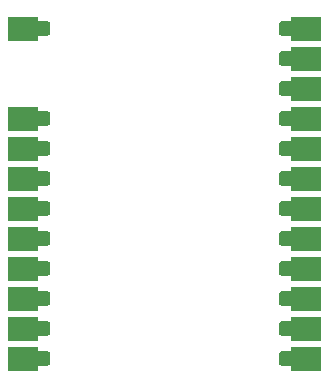
<source format=gbs>
G04 #@! TF.GenerationSoftware,KiCad,Pcbnew,9.0.1+1*
G04 #@! TF.CreationDate,2025-11-12T15:34:39+00:00*
G04 #@! TF.ProjectId,bluetooth,626c7565-746f-46f7-9468-2e6b69636164,rev?*
G04 #@! TF.SameCoordinates,Original*
G04 #@! TF.FileFunction,Soldermask,Bot*
G04 #@! TF.FilePolarity,Negative*
%FSLAX46Y46*%
G04 Gerber Fmt 4.6, Leading zero omitted, Abs format (unit mm)*
G04 Created by KiCad (PCBNEW 9.0.1+1) date 2025-11-12 15:34:39*
%MOMM*%
%LPD*%
G01*
G04 APERTURE LIST*
%ADD10R,2.540000X2.000000*%
G04 APERTURE END LIST*
D10*
X97260000Y-57590000D03*
G36*
G01*
X99585000Y-57215000D02*
X99585000Y-57965000D01*
G75*
G02*
X99335000Y-58215000I-250000J0D01*
G01*
X98585000Y-58215000D01*
G75*
G02*
X98335000Y-57965000I0J250000D01*
G01*
X98335000Y-57215000D01*
G75*
G02*
X98585000Y-56965000I250000J0D01*
G01*
X99335000Y-56965000D01*
G75*
G02*
X99585000Y-57215000I0J-250000D01*
G01*
G37*
X97260000Y-65210000D03*
G36*
G01*
X99585000Y-64835000D02*
X99585000Y-65585000D01*
G75*
G02*
X99335000Y-65835000I-250000J0D01*
G01*
X98585000Y-65835000D01*
G75*
G02*
X98335000Y-65585000I0J250000D01*
G01*
X98335000Y-64835000D01*
G75*
G02*
X98585000Y-64585000I250000J0D01*
G01*
X99335000Y-64585000D01*
G75*
G02*
X99585000Y-64835000I0J-250000D01*
G01*
G37*
X97260000Y-67750000D03*
G36*
G01*
X99585000Y-67375000D02*
X99585000Y-68125000D01*
G75*
G02*
X99335000Y-68375000I-250000J0D01*
G01*
X98585000Y-68375000D01*
G75*
G02*
X98335000Y-68125000I0J250000D01*
G01*
X98335000Y-67375000D01*
G75*
G02*
X98585000Y-67125000I250000J0D01*
G01*
X99335000Y-67125000D01*
G75*
G02*
X99585000Y-67375000I0J-250000D01*
G01*
G37*
X97260000Y-70290000D03*
G36*
G01*
X99585000Y-69915000D02*
X99585000Y-70665000D01*
G75*
G02*
X99335000Y-70915000I-250000J0D01*
G01*
X98585000Y-70915000D01*
G75*
G02*
X98335000Y-70665000I0J250000D01*
G01*
X98335000Y-69915000D01*
G75*
G02*
X98585000Y-69665000I250000J0D01*
G01*
X99335000Y-69665000D01*
G75*
G02*
X99585000Y-69915000I0J-250000D01*
G01*
G37*
X97260000Y-72830000D03*
G36*
G01*
X99585000Y-72455000D02*
X99585000Y-73205000D01*
G75*
G02*
X99335000Y-73455000I-250000J0D01*
G01*
X98585000Y-73455000D01*
G75*
G02*
X98335000Y-73205000I0J250000D01*
G01*
X98335000Y-72455000D01*
G75*
G02*
X98585000Y-72205000I250000J0D01*
G01*
X99335000Y-72205000D01*
G75*
G02*
X99585000Y-72455000I0J-250000D01*
G01*
G37*
X97260000Y-75370000D03*
G36*
G01*
X99585000Y-74995000D02*
X99585000Y-75745000D01*
G75*
G02*
X99335000Y-75995000I-250000J0D01*
G01*
X98585000Y-75995000D01*
G75*
G02*
X98335000Y-75745000I0J250000D01*
G01*
X98335000Y-74995000D01*
G75*
G02*
X98585000Y-74745000I250000J0D01*
G01*
X99335000Y-74745000D01*
G75*
G02*
X99585000Y-74995000I0J-250000D01*
G01*
G37*
X97260000Y-77910000D03*
G36*
G01*
X99585000Y-77535000D02*
X99585000Y-78285000D01*
G75*
G02*
X99335000Y-78535000I-250000J0D01*
G01*
X98585000Y-78535000D01*
G75*
G02*
X98335000Y-78285000I0J250000D01*
G01*
X98335000Y-77535000D01*
G75*
G02*
X98585000Y-77285000I250000J0D01*
G01*
X99335000Y-77285000D01*
G75*
G02*
X99585000Y-77535000I0J-250000D01*
G01*
G37*
X97260000Y-80450000D03*
G36*
G01*
X99585000Y-80075000D02*
X99585000Y-80825000D01*
G75*
G02*
X99335000Y-81075000I-250000J0D01*
G01*
X98585000Y-81075000D01*
G75*
G02*
X98335000Y-80825000I0J250000D01*
G01*
X98335000Y-80075000D01*
G75*
G02*
X98585000Y-79825000I250000J0D01*
G01*
X99335000Y-79825000D01*
G75*
G02*
X99585000Y-80075000I0J-250000D01*
G01*
G37*
X97260000Y-82990000D03*
G36*
G01*
X99585000Y-82615000D02*
X99585000Y-83365000D01*
G75*
G02*
X99335000Y-83615000I-250000J0D01*
G01*
X98585000Y-83615000D01*
G75*
G02*
X98335000Y-83365000I0J250000D01*
G01*
X98335000Y-82615000D01*
G75*
G02*
X98585000Y-82365000I250000J0D01*
G01*
X99335000Y-82365000D01*
G75*
G02*
X99585000Y-82615000I0J-250000D01*
G01*
G37*
X97260000Y-85530000D03*
G36*
G01*
X99585000Y-85155000D02*
X99585000Y-85905000D01*
G75*
G02*
X99335000Y-86155000I-250000J0D01*
G01*
X98585000Y-86155000D01*
G75*
G02*
X98335000Y-85905000I0J250000D01*
G01*
X98335000Y-85155000D01*
G75*
G02*
X98585000Y-84905000I250000J0D01*
G01*
X99335000Y-84905000D01*
G75*
G02*
X99585000Y-85155000I0J-250000D01*
G01*
G37*
G36*
G01*
X120185000Y-57215000D02*
X120185000Y-57965000D01*
G75*
G02*
X119935000Y-58215000I-250000J0D01*
G01*
X119185000Y-58215000D01*
G75*
G02*
X118935000Y-57965000I0J250000D01*
G01*
X118935000Y-57215000D01*
G75*
G02*
X119185000Y-56965000I250000J0D01*
G01*
X119935000Y-56965000D01*
G75*
G02*
X120185000Y-57215000I0J-250000D01*
G01*
G37*
X121260000Y-57590000D03*
G36*
G01*
X120185000Y-59755000D02*
X120185000Y-60505000D01*
G75*
G02*
X119935000Y-60755000I-250000J0D01*
G01*
X119185000Y-60755000D01*
G75*
G02*
X118935000Y-60505000I0J250000D01*
G01*
X118935000Y-59755000D01*
G75*
G02*
X119185000Y-59505000I250000J0D01*
G01*
X119935000Y-59505000D01*
G75*
G02*
X120185000Y-59755000I0J-250000D01*
G01*
G37*
X121260000Y-60130000D03*
G36*
G01*
X120185000Y-62295000D02*
X120185000Y-63045000D01*
G75*
G02*
X119935000Y-63295000I-250000J0D01*
G01*
X119185000Y-63295000D01*
G75*
G02*
X118935000Y-63045000I0J250000D01*
G01*
X118935000Y-62295000D01*
G75*
G02*
X119185000Y-62045000I250000J0D01*
G01*
X119935000Y-62045000D01*
G75*
G02*
X120185000Y-62295000I0J-250000D01*
G01*
G37*
X121260000Y-62670000D03*
G36*
G01*
X120185000Y-64835000D02*
X120185000Y-65585000D01*
G75*
G02*
X119935000Y-65835000I-250000J0D01*
G01*
X119185000Y-65835000D01*
G75*
G02*
X118935000Y-65585000I0J250000D01*
G01*
X118935000Y-64835000D01*
G75*
G02*
X119185000Y-64585000I250000J0D01*
G01*
X119935000Y-64585000D01*
G75*
G02*
X120185000Y-64835000I0J-250000D01*
G01*
G37*
X121260000Y-65210000D03*
G36*
G01*
X120185000Y-67375000D02*
X120185000Y-68125000D01*
G75*
G02*
X119935000Y-68375000I-250000J0D01*
G01*
X119185000Y-68375000D01*
G75*
G02*
X118935000Y-68125000I0J250000D01*
G01*
X118935000Y-67375000D01*
G75*
G02*
X119185000Y-67125000I250000J0D01*
G01*
X119935000Y-67125000D01*
G75*
G02*
X120185000Y-67375000I0J-250000D01*
G01*
G37*
X121260000Y-67750000D03*
G36*
G01*
X120185000Y-69915000D02*
X120185000Y-70665000D01*
G75*
G02*
X119935000Y-70915000I-250000J0D01*
G01*
X119185000Y-70915000D01*
G75*
G02*
X118935000Y-70665000I0J250000D01*
G01*
X118935000Y-69915000D01*
G75*
G02*
X119185000Y-69665000I250000J0D01*
G01*
X119935000Y-69665000D01*
G75*
G02*
X120185000Y-69915000I0J-250000D01*
G01*
G37*
X121260000Y-70290000D03*
G36*
G01*
X120185000Y-72455000D02*
X120185000Y-73205000D01*
G75*
G02*
X119935000Y-73455000I-250000J0D01*
G01*
X119185000Y-73455000D01*
G75*
G02*
X118935000Y-73205000I0J250000D01*
G01*
X118935000Y-72455000D01*
G75*
G02*
X119185000Y-72205000I250000J0D01*
G01*
X119935000Y-72205000D01*
G75*
G02*
X120185000Y-72455000I0J-250000D01*
G01*
G37*
X121260000Y-72830000D03*
G36*
G01*
X120185000Y-74995000D02*
X120185000Y-75745000D01*
G75*
G02*
X119935000Y-75995000I-250000J0D01*
G01*
X119185000Y-75995000D01*
G75*
G02*
X118935000Y-75745000I0J250000D01*
G01*
X118935000Y-74995000D01*
G75*
G02*
X119185000Y-74745000I250000J0D01*
G01*
X119935000Y-74745000D01*
G75*
G02*
X120185000Y-74995000I0J-250000D01*
G01*
G37*
X121260000Y-75370000D03*
G36*
G01*
X120185000Y-77535000D02*
X120185000Y-78285000D01*
G75*
G02*
X119935000Y-78535000I-250000J0D01*
G01*
X119185000Y-78535000D01*
G75*
G02*
X118935000Y-78285000I0J250000D01*
G01*
X118935000Y-77535000D01*
G75*
G02*
X119185000Y-77285000I250000J0D01*
G01*
X119935000Y-77285000D01*
G75*
G02*
X120185000Y-77535000I0J-250000D01*
G01*
G37*
X121260000Y-77910000D03*
G36*
G01*
X120185000Y-80075000D02*
X120185000Y-80825000D01*
G75*
G02*
X119935000Y-81075000I-250000J0D01*
G01*
X119185000Y-81075000D01*
G75*
G02*
X118935000Y-80825000I0J250000D01*
G01*
X118935000Y-80075000D01*
G75*
G02*
X119185000Y-79825000I250000J0D01*
G01*
X119935000Y-79825000D01*
G75*
G02*
X120185000Y-80075000I0J-250000D01*
G01*
G37*
X121260000Y-80450000D03*
G36*
G01*
X120185000Y-82615000D02*
X120185000Y-83365000D01*
G75*
G02*
X119935000Y-83615000I-250000J0D01*
G01*
X119185000Y-83615000D01*
G75*
G02*
X118935000Y-83365000I0J250000D01*
G01*
X118935000Y-82615000D01*
G75*
G02*
X119185000Y-82365000I250000J0D01*
G01*
X119935000Y-82365000D01*
G75*
G02*
X120185000Y-82615000I0J-250000D01*
G01*
G37*
X121260000Y-82990000D03*
G36*
G01*
X120185000Y-85155000D02*
X120185000Y-85905000D01*
G75*
G02*
X119935000Y-86155000I-250000J0D01*
G01*
X119185000Y-86155000D01*
G75*
G02*
X118935000Y-85905000I0J250000D01*
G01*
X118935000Y-85155000D01*
G75*
G02*
X119185000Y-84905000I250000J0D01*
G01*
X119935000Y-84905000D01*
G75*
G02*
X120185000Y-85155000I0J-250000D01*
G01*
G37*
X121260000Y-85530000D03*
M02*

</source>
